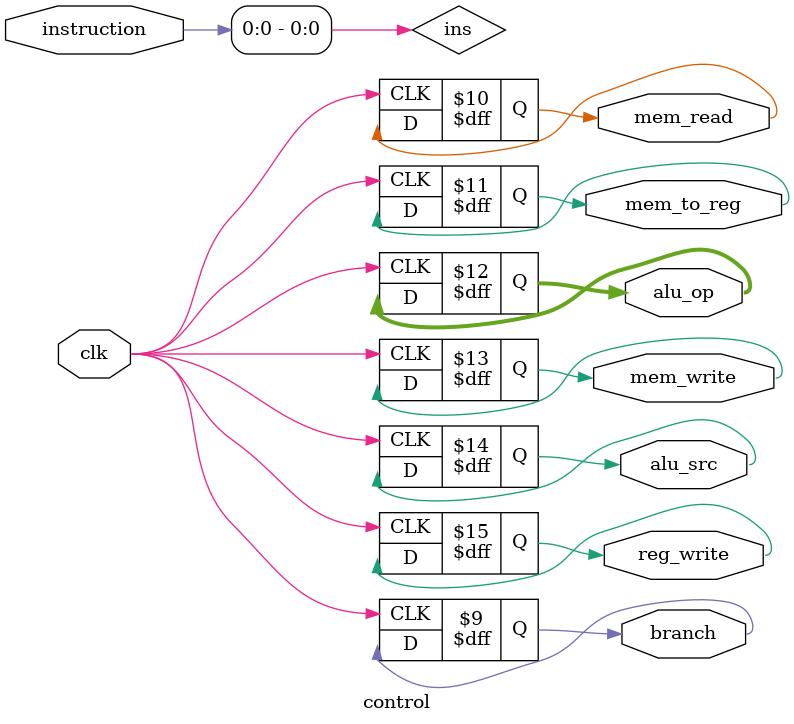
<source format=v>
module control (  
	input clk,   
	input [31:0] instruction,
	output  reg branch,
	output reg mem_read,
	output reg mem_to_reg,
	output reg [1:0] alu_op,
	output reg mem_write,
	output reg alu_src,
	output reg reg_write
 );  
 
	assign ins = instruction[6:0];
  
  
  always@(posedge clk)
  case(ins)
    
    51 :begin
         alu_op = 2;
         reg_write = 1;
         mem_read = 0;
         mem_write = 0;
		 branch = 0;
		 mem_to_reg = 0;
		 alu_src = 0;
        end 
        
    3 : begin
        alu_op = 0;
        reg_write = 1;
        mem_read = 1;
        mem_write = 0;
		branch = 0;
		 mem_to_reg = 1;
		 alu_src = 1;
        end
        
    35 :begin
        alu_op = 0;
        reg_write = 0;
        mem_read = 0;
        mem_write = 1;
		branch = 0;
		 mem_to_reg = 0;
		 alu_src = 1;
        end
        
    99 :begin
         alu_op = 1;
         reg_write = 0;
         mem_read = 0;
         mem_write = 0;
		 branch = 1;
		 mem_to_reg = 0;
		 alu_src = 0;
        end
  endcase

    
endmodule   
</source>
